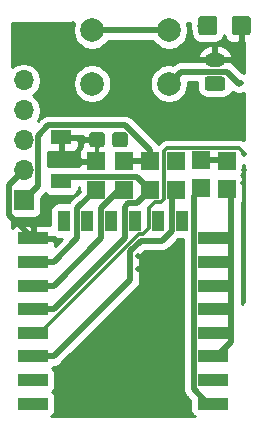
<source format=gbr>
G04 #@! TF.GenerationSoftware,KiCad,Pcbnew,(5.1.9)-1*
G04 #@! TF.CreationDate,2021-03-01T14:18:58+01:00*
G04 #@! TF.ProjectId,button_timer_v1.2.1_lipo[TPL5110],62757474-6f6e-45f7-9469-6d65725f7631,rev?*
G04 #@! TF.SameCoordinates,Original*
G04 #@! TF.FileFunction,Copper,L1,Top*
G04 #@! TF.FilePolarity,Positive*
%FSLAX46Y46*%
G04 Gerber Fmt 4.6, Leading zero omitted, Abs format (unit mm)*
G04 Created by KiCad (PCBNEW (5.1.9)-1) date 2021-03-01 14:18:58*
%MOMM*%
%LPD*%
G01*
G04 APERTURE LIST*
G04 #@! TA.AperFunction,SMDPad,CuDef*
%ADD10R,2.500000X1.000000*%
G04 #@! TD*
G04 #@! TA.AperFunction,SMDPad,CuDef*
%ADD11R,1.000000X1.800000*%
G04 #@! TD*
G04 #@! TA.AperFunction,SMDPad,CuDef*
%ADD12R,1.500000X1.500000*%
G04 #@! TD*
G04 #@! TA.AperFunction,SMDPad,CuDef*
%ADD13R,1.700000X1.300000*%
G04 #@! TD*
G04 #@! TA.AperFunction,ComponentPad*
%ADD14C,2.000000*%
G04 #@! TD*
G04 #@! TA.AperFunction,ComponentPad*
%ADD15O,1.700000X1.700000*%
G04 #@! TD*
G04 #@! TA.AperFunction,ComponentPad*
%ADD16R,1.700000X1.700000*%
G04 #@! TD*
G04 #@! TA.AperFunction,ComponentPad*
%ADD17O,1.750000X1.200000*%
G04 #@! TD*
G04 #@! TA.AperFunction,ViaPad*
%ADD18C,0.500000*%
G04 #@! TD*
G04 #@! TA.AperFunction,ViaPad*
%ADD19C,0.800000*%
G04 #@! TD*
G04 #@! TA.AperFunction,Conductor*
%ADD20C,0.500000*%
G04 #@! TD*
G04 #@! TA.AperFunction,Conductor*
%ADD21C,0.300000*%
G04 #@! TD*
G04 #@! TA.AperFunction,Conductor*
%ADD22C,0.254000*%
G04 #@! TD*
G04 #@! TA.AperFunction,Conductor*
%ADD23C,0.150000*%
G04 #@! TD*
G04 APERTURE END LIST*
D10*
G04 #@! TO.P,X1,22*
G04 #@! TO.N,/TX*
X118000000Y-93600000D03*
G04 #@! TO.P,X1,21*
G04 #@! TO.N,/RX*
X118000000Y-91600000D03*
G04 #@! TO.P,X1,20*
G04 #@! TO.N,/GPIO5*
X118000000Y-89600000D03*
G04 #@! TO.P,X1,19*
G04 #@! TO.N,/GPIO4*
X118000000Y-87600000D03*
G04 #@! TO.P,X1,18*
G04 #@! TO.N,/GPIO0*
X118000000Y-85600000D03*
G04 #@! TO.P,X1,17*
G04 #@! TO.N,/GPIO2*
X118000000Y-83600000D03*
G04 #@! TO.P,X1,16*
G04 #@! TO.N,/GPIO15*
X118000000Y-81600000D03*
G04 #@! TO.P,X1,15*
G04 #@! TO.N,/GND*
X118000000Y-79600000D03*
D11*
G04 #@! TO.P,X1,14*
G04 #@! TO.N,N/C*
X120600000Y-78100000D03*
G04 #@! TO.P,X1,13*
X122600000Y-78100000D03*
G04 #@! TO.P,X1,12*
X124600000Y-78100000D03*
G04 #@! TO.P,X1,11*
X126600000Y-78100000D03*
G04 #@! TO.P,X1,10*
X128600000Y-78100000D03*
G04 #@! TO.P,X1,9*
X130600000Y-78100000D03*
D10*
G04 #@! TO.P,X1,8*
G04 #@! TO.N,/VCC*
X133200000Y-79600000D03*
G04 #@! TO.P,X1,7*
G04 #@! TO.N,N/C*
X133200000Y-81600000D03*
G04 #@! TO.P,X1,6*
X133200000Y-83600000D03*
G04 #@! TO.P,X1,5*
X133200000Y-85600000D03*
G04 #@! TO.P,X1,4*
X133200000Y-87600000D03*
G04 #@! TO.P,X1,3*
G04 #@! TO.N,/EN*
X133200000Y-89600000D03*
G04 #@! TO.P,X1,2*
G04 #@! TO.N,N/C*
X133200000Y-91600000D03*
G04 #@! TO.P,X1,1*
G04 #@! TO.N,/RST*
X133200000Y-93600000D03*
G04 #@! TD*
G04 #@! TO.P,D1,2*
G04 #@! TO.N,Net-(D1-Pad2)*
G04 #@! TA.AperFunction,SMDPad,CuDef*
G36*
G01*
X133586000Y-61020000D02*
X133586000Y-62170000D01*
G75*
G02*
X133336000Y-62420000I-250000J0D01*
G01*
X132236000Y-62420000D01*
G75*
G02*
X131986000Y-62170000I0J250000D01*
G01*
X131986000Y-61020000D01*
G75*
G02*
X132236000Y-60770000I250000J0D01*
G01*
X133336000Y-60770000D01*
G75*
G02*
X133586000Y-61020000I0J-250000D01*
G01*
G37*
G04 #@! TD.AperFunction*
G04 #@! TO.P,D1,1*
G04 #@! TO.N,/GND*
G04 #@! TA.AperFunction,SMDPad,CuDef*
G36*
G01*
X136436000Y-61020000D02*
X136436000Y-62170000D01*
G75*
G02*
X136186000Y-62420000I-250000J0D01*
G01*
X135086000Y-62420000D01*
G75*
G02*
X134836000Y-62170000I0J250000D01*
G01*
X134836000Y-61020000D01*
G75*
G02*
X135086000Y-60770000I250000J0D01*
G01*
X136186000Y-60770000D01*
G75*
G02*
X136436000Y-61020000I0J-250000D01*
G01*
G37*
G04 #@! TD.AperFunction*
G04 #@! TD*
G04 #@! TO.P,D2,2*
G04 #@! TO.N,Net-(D2-Pad2)*
G04 #@! TA.AperFunction,SMDPad,CuDef*
G36*
G01*
X124686500Y-71647001D02*
X124686500Y-70846999D01*
G75*
G02*
X124936499Y-70597000I249999J0D01*
G01*
X125761501Y-70597000D01*
G75*
G02*
X126011500Y-70846999I0J-249999D01*
G01*
X126011500Y-71647001D01*
G75*
G02*
X125761501Y-71897000I-249999J0D01*
G01*
X124936499Y-71897000D01*
G75*
G02*
X124686500Y-71647001I0J249999D01*
G01*
G37*
G04 #@! TD.AperFunction*
G04 #@! TO.P,D2,1*
G04 #@! TO.N,/GND*
G04 #@! TA.AperFunction,SMDPad,CuDef*
G36*
G01*
X122761500Y-71647001D02*
X122761500Y-70846999D01*
G75*
G02*
X123011499Y-70597000I249999J0D01*
G01*
X123836501Y-70597000D01*
G75*
G02*
X124086500Y-70846999I0J-249999D01*
G01*
X124086500Y-71647001D01*
G75*
G02*
X123836501Y-71897000I-249999J0D01*
G01*
X123011499Y-71897000D01*
G75*
G02*
X122761500Y-71647001I0J249999D01*
G01*
G37*
G04 #@! TD.AperFunction*
G04 #@! TD*
D12*
G04 #@! TO.P,R9,2*
G04 #@! TO.N,/GPIO5*
X130100000Y-75500000D03*
G04 #@! TO.P,R9,1*
G04 #@! TO.N,Net-(D2-Pad2)*
X130100000Y-73100000D03*
G04 #@! TD*
G04 #@! TO.P,R5,2*
G04 #@! TO.N,/GPIO15*
X123300000Y-75500000D03*
G04 #@! TO.P,R5,1*
G04 #@! TO.N,/GND*
X123300000Y-73100000D03*
G04 #@! TD*
G04 #@! TO.P,R4,2*
G04 #@! TO.N,/GPIO0*
X127900000Y-75500000D03*
G04 #@! TO.P,R4,1*
G04 #@! TO.N,/VCC*
X127900000Y-73100000D03*
G04 #@! TD*
G04 #@! TO.P,R3,2*
G04 #@! TO.N,/RST*
X132257800Y-75368000D03*
G04 #@! TO.P,R3,1*
G04 #@! TO.N,/VCC*
X132257800Y-72968000D03*
G04 #@! TD*
G04 #@! TO.P,R2,2*
G04 #@! TO.N,/GPIO2*
X125700000Y-75500000D03*
G04 #@! TO.P,R2,1*
G04 #@! TO.N,/VCC*
X125700000Y-73100000D03*
G04 #@! TD*
G04 #@! TO.P,R1,2*
G04 #@! TO.N,/EN*
X134416800Y-75418800D03*
G04 #@! TO.P,R1,1*
G04 #@! TO.N,/VCC*
X134416800Y-73018800D03*
G04 #@! TD*
D13*
G04 #@! TO.P,SW2,2*
G04 #@! TO.N,/GND*
X120396000Y-71048000D03*
G04 #@! TO.P,SW2,1*
G04 #@! TO.N,/GPIO0*
X120396000Y-74748000D03*
G04 #@! TD*
D14*
G04 #@! TO.P,SW1,1*
G04 #@! TO.N,Net-(BT1-Pad1)*
X129500000Y-62000000D03*
G04 #@! TO.P,SW1,2*
G04 #@! TO.N,Net-(R6-Pad2)*
X129500000Y-66500000D03*
G04 #@! TO.P,SW1,1*
G04 #@! TO.N,Net-(BT1-Pad1)*
X123000000Y-62000000D03*
G04 #@! TO.P,SW1,2*
G04 #@! TO.N,Net-(R6-Pad2)*
X123000000Y-66500000D03*
G04 #@! TD*
D15*
G04 #@! TO.P,J1,5*
G04 #@! TO.N,/RST*
X117200000Y-66240000D03*
G04 #@! TO.P,J1,4*
G04 #@! TO.N,/TX*
X117200000Y-68780000D03*
G04 #@! TO.P,J1,3*
G04 #@! TO.N,/RX*
X117200000Y-71320000D03*
G04 #@! TO.P,J1,2*
G04 #@! TO.N,/GND*
X117200000Y-73860000D03*
D16*
G04 #@! TO.P,J1,1*
G04 #@! TO.N,/VCC*
X117200000Y-76400000D03*
G04 #@! TD*
D17*
G04 #@! TO.P,BT1,2*
G04 #@! TO.N,/GND*
X133400000Y-64500000D03*
G04 #@! TO.P,BT1,1*
G04 #@! TO.N,Net-(BT1-Pad1)*
G04 #@! TA.AperFunction,ComponentPad*
G36*
G01*
X134025001Y-67100000D02*
X132774999Y-67100000D01*
G75*
G02*
X132525000Y-66850001I0J249999D01*
G01*
X132525000Y-66149999D01*
G75*
G02*
X132774999Y-65900000I249999J0D01*
G01*
X134025001Y-65900000D01*
G75*
G02*
X134275000Y-66149999I0J-249999D01*
G01*
X134275000Y-66850001D01*
G75*
G02*
X134025001Y-67100000I-249999J0D01*
G01*
G37*
G04 #@! TD.AperFunction*
G04 #@! TD*
D18*
G04 #@! TO.N,/VCC*
X132932240Y-79532240D03*
X127900000Y-73100000D03*
X132000000Y-72800000D03*
G04 #@! TO.N,/GND*
X131300000Y-64100000D03*
X123000000Y-73400000D03*
X119100000Y-79600000D03*
X117100000Y-79700000D03*
X123400000Y-71000000D03*
X120500000Y-71200000D03*
X131200000Y-93600000D03*
X127100000Y-86000000D03*
X126900000Y-82200000D03*
X126900000Y-81100000D03*
X135900000Y-73800000D03*
X133700000Y-70900000D03*
X132100000Y-70700000D03*
X134700000Y-68300000D03*
D19*
X135700000Y-61700000D03*
D18*
X121400000Y-61500000D03*
X121900000Y-75700000D03*
X135800000Y-74900000D03*
G04 #@! TO.N,/RST*
X133500000Y-93700000D03*
X131599999Y-76025801D03*
G04 #@! TO.N,/RX*
X118000000Y-91600000D03*
G04 #@! TO.N,/TX*
X118100000Y-93600000D03*
G04 #@! TO.N,/GPIO4*
X135890000Y-72502000D03*
G04 #@! TO.N,Net-(D2-Pad2)*
X130100000Y-73000000D03*
X125600000Y-71300000D03*
D19*
G04 #@! TO.N,Net-(D1-Pad2)*
X132300000Y-61600000D03*
D18*
G04 #@! TO.N,Net-(R6-Pad2)*
X135579000Y-66421000D03*
G04 #@! TD*
D20*
G04 #@! TO.N,/VCC*
X127900000Y-72136954D02*
X127900000Y-73100000D01*
X125811045Y-70047999D02*
X127900000Y-72136954D01*
X119265999Y-70047999D02*
X125811045Y-70047999D01*
X118400001Y-70913997D02*
X119265999Y-70047999D01*
X118400001Y-75199999D02*
X118400001Y-70913997D01*
X117200000Y-76400000D02*
X118400001Y-75199999D01*
X125700000Y-73100000D02*
X127900000Y-73100000D01*
X127900000Y-73100000D02*
X127900000Y-73100000D01*
X134366000Y-72968000D02*
X134416800Y-73018800D01*
X132257800Y-72968000D02*
X134366000Y-72968000D01*
G04 #@! TO.N,/GND*
X115999999Y-77599999D02*
X118000000Y-79600000D01*
X115999999Y-75060001D02*
X115999999Y-77599999D01*
X117200000Y-73860000D02*
X115999999Y-75060001D01*
G04 #@! TO.N,/RST*
X131599999Y-76025801D02*
X131599999Y-76025801D01*
X131599999Y-92380001D02*
X131599999Y-76025801D01*
X132819998Y-93600000D02*
X131599999Y-92380001D01*
X133200000Y-93600000D02*
X132819998Y-93600000D01*
X131599999Y-76025801D02*
X132257800Y-75368000D01*
G04 #@! TO.N,/EN*
X134800001Y-75802001D02*
X134416800Y-75418800D01*
X134800001Y-88380001D02*
X134800001Y-75802001D01*
X133580002Y-89600000D02*
X134800001Y-88380001D01*
X133200000Y-89600000D02*
X133580002Y-89600000D01*
G04 #@! TO.N,/GPIO2*
X125300000Y-75500000D02*
X125700000Y-75500000D01*
X123749999Y-77050001D02*
X125300000Y-75500000D01*
X123749999Y-79600001D02*
X123749999Y-77050001D01*
X119750000Y-83600000D02*
X123749999Y-79600001D01*
X118000000Y-83600000D02*
X119750000Y-83600000D01*
G04 #@! TO.N,/GPIO0*
X126799999Y-76600001D02*
X127900000Y-75500000D01*
X126069997Y-76600001D02*
X126799999Y-76600001D01*
X125749999Y-76919999D02*
X126069997Y-76600001D01*
X125749999Y-79600001D02*
X125749999Y-76919999D01*
X119750000Y-85600000D02*
X125749999Y-79600001D01*
X118000000Y-85600000D02*
X119750000Y-85600000D01*
X126799999Y-74399999D02*
X127900000Y-75500000D01*
X120744001Y-74399999D02*
X126799999Y-74399999D01*
X120396000Y-74748000D02*
X120744001Y-74399999D01*
G04 #@! TO.N,Net-(BT1-Pad1)*
X123000000Y-62000000D02*
X129500000Y-62000000D01*
G04 #@! TO.N,/GPIO15*
X121749999Y-77050001D02*
X123300000Y-75500000D01*
X121749999Y-79600001D02*
X121749999Y-77050001D01*
X119750000Y-81600000D02*
X121749999Y-79600001D01*
X118000000Y-81600000D02*
X119750000Y-81600000D01*
D21*
G04 #@! TO.N,/GPIO4*
X129099999Y-76250003D02*
X129099999Y-72200001D01*
X128349997Y-76500001D02*
X128850001Y-76500001D01*
X127849999Y-76999999D02*
X128349997Y-76500001D01*
X118600000Y-87600000D02*
X126949999Y-79250001D01*
X118000000Y-87600000D02*
X118600000Y-87600000D01*
X128850001Y-76500001D02*
X129099999Y-76250003D01*
X127849999Y-78700003D02*
X127849999Y-76999999D01*
X126949999Y-79250001D02*
X127300001Y-79250001D01*
X127300001Y-79250001D02*
X127849999Y-78700003D01*
X129332001Y-71967999D02*
X135467999Y-71967999D01*
X129099999Y-72200001D02*
X129332001Y-71967999D01*
X135467999Y-71967999D02*
X135900000Y-72400000D01*
D20*
G04 #@! TO.N,/GPIO5*
X129749999Y-75850001D02*
X130100000Y-75500000D01*
X129749999Y-78950001D02*
X129749999Y-75850001D01*
X127107122Y-79800000D02*
X128900000Y-79800000D01*
X126200010Y-80707112D02*
X127107122Y-79800000D01*
X126200010Y-83149990D02*
X126200010Y-80707112D01*
X119750000Y-89600000D02*
X126200010Y-83149990D01*
X118000000Y-89600000D02*
X119750000Y-89600000D01*
X128900000Y-79800000D02*
X129749999Y-78950001D01*
G04 #@! TO.N,Net-(R6-Pad2)*
X130499999Y-65500001D02*
X134400001Y-65500001D01*
X129500000Y-66500000D02*
X130499999Y-65500001D01*
X134400001Y-65500001D02*
X135400000Y-66500000D01*
G04 #@! TD*
D22*
G04 #@! TO.N,/GND*
X130714999Y-92336532D02*
X130710718Y-92380001D01*
X130714999Y-92423470D01*
X130714999Y-92423477D01*
X130727804Y-92553490D01*
X130778410Y-92720313D01*
X130860588Y-92874059D01*
X130971182Y-93008818D01*
X131004955Y-93036535D01*
X131311928Y-93343508D01*
X131311928Y-94100000D01*
X131324188Y-94224482D01*
X131360498Y-94344180D01*
X131419463Y-94454494D01*
X131498815Y-94551185D01*
X131595506Y-94630537D01*
X131674947Y-94673000D01*
X119525053Y-94673000D01*
X119604494Y-94630537D01*
X119701185Y-94551185D01*
X119780537Y-94454494D01*
X119839502Y-94344180D01*
X119875812Y-94224482D01*
X119888072Y-94100000D01*
X119888072Y-93100000D01*
X119875812Y-92975518D01*
X119839502Y-92855820D01*
X119780537Y-92745506D01*
X119701185Y-92648815D01*
X119641704Y-92600000D01*
X119701185Y-92551185D01*
X119780537Y-92454494D01*
X119839502Y-92344180D01*
X119875812Y-92224482D01*
X119888072Y-92100000D01*
X119888072Y-91100000D01*
X119875812Y-90975518D01*
X119839502Y-90855820D01*
X119780537Y-90745506D01*
X119701185Y-90648815D01*
X119641704Y-90600000D01*
X119701185Y-90551185D01*
X119752163Y-90489068D01*
X119793469Y-90485000D01*
X119793477Y-90485000D01*
X119923490Y-90472195D01*
X120090313Y-90421589D01*
X120244059Y-90339411D01*
X120378817Y-90228817D01*
X120406534Y-90195044D01*
X126795061Y-83806518D01*
X126828827Y-83778807D01*
X126939421Y-83644049D01*
X126953562Y-83617593D01*
X127021599Y-83490304D01*
X127072205Y-83323480D01*
X127078488Y-83259687D01*
X127085010Y-83193467D01*
X127085010Y-83193459D01*
X127089291Y-83149990D01*
X127085010Y-83106521D01*
X127085010Y-81073690D01*
X127473701Y-80685000D01*
X128856531Y-80685000D01*
X128900000Y-80689281D01*
X128943469Y-80685000D01*
X128943477Y-80685000D01*
X129073490Y-80672195D01*
X129240313Y-80621589D01*
X129394059Y-80539411D01*
X129528817Y-80428817D01*
X129556534Y-80395044D01*
X130313507Y-79638072D01*
X130715000Y-79638072D01*
X130714999Y-92336532D01*
G04 #@! TA.AperFunction,Conductor*
D23*
G36*
X130714999Y-92336532D02*
G01*
X130710718Y-92380001D01*
X130714999Y-92423470D01*
X130714999Y-92423477D01*
X130727804Y-92553490D01*
X130778410Y-92720313D01*
X130860588Y-92874059D01*
X130971182Y-93008818D01*
X131004955Y-93036535D01*
X131311928Y-93343508D01*
X131311928Y-94100000D01*
X131324188Y-94224482D01*
X131360498Y-94344180D01*
X131419463Y-94454494D01*
X131498815Y-94551185D01*
X131595506Y-94630537D01*
X131674947Y-94673000D01*
X119525053Y-94673000D01*
X119604494Y-94630537D01*
X119701185Y-94551185D01*
X119780537Y-94454494D01*
X119839502Y-94344180D01*
X119875812Y-94224482D01*
X119888072Y-94100000D01*
X119888072Y-93100000D01*
X119875812Y-92975518D01*
X119839502Y-92855820D01*
X119780537Y-92745506D01*
X119701185Y-92648815D01*
X119641704Y-92600000D01*
X119701185Y-92551185D01*
X119780537Y-92454494D01*
X119839502Y-92344180D01*
X119875812Y-92224482D01*
X119888072Y-92100000D01*
X119888072Y-91100000D01*
X119875812Y-90975518D01*
X119839502Y-90855820D01*
X119780537Y-90745506D01*
X119701185Y-90648815D01*
X119641704Y-90600000D01*
X119701185Y-90551185D01*
X119752163Y-90489068D01*
X119793469Y-90485000D01*
X119793477Y-90485000D01*
X119923490Y-90472195D01*
X120090313Y-90421589D01*
X120244059Y-90339411D01*
X120378817Y-90228817D01*
X120406534Y-90195044D01*
X126795061Y-83806518D01*
X126828827Y-83778807D01*
X126939421Y-83644049D01*
X126953562Y-83617593D01*
X127021599Y-83490304D01*
X127072205Y-83323480D01*
X127078488Y-83259687D01*
X127085010Y-83193467D01*
X127085010Y-83193459D01*
X127089291Y-83149990D01*
X127085010Y-83106521D01*
X127085010Y-81073690D01*
X127473701Y-80685000D01*
X128856531Y-80685000D01*
X128900000Y-80689281D01*
X128943469Y-80685000D01*
X128943477Y-80685000D01*
X129073490Y-80672195D01*
X129240313Y-80621589D01*
X129394059Y-80539411D01*
X129528817Y-80428817D01*
X129556534Y-80395044D01*
X130313507Y-79638072D01*
X130715000Y-79638072D01*
X130714999Y-92336532D01*
G37*
G04 #@! TD.AperFunction*
D22*
X135840001Y-78071344D02*
X135840000Y-78071354D01*
X135840001Y-80611344D01*
X135840000Y-80611354D01*
X135840001Y-84917666D01*
X135685001Y-85139095D01*
X135685001Y-76538326D01*
X135697337Y-76523294D01*
X135756302Y-76412980D01*
X135792612Y-76293282D01*
X135804872Y-76168800D01*
X135804872Y-74668800D01*
X135792612Y-74544318D01*
X135756302Y-74424620D01*
X135697337Y-74314306D01*
X135618958Y-74218800D01*
X135697337Y-74123294D01*
X135756302Y-74012980D01*
X135792612Y-73893282D01*
X135804872Y-73768800D01*
X135804872Y-73387000D01*
X135840001Y-73387000D01*
X135840001Y-78071344D01*
G04 #@! TA.AperFunction,Conductor*
D23*
G36*
X135840001Y-78071344D02*
G01*
X135840000Y-78071354D01*
X135840001Y-80611344D01*
X135840000Y-80611354D01*
X135840001Y-84917666D01*
X135685001Y-85139095D01*
X135685001Y-76538326D01*
X135697337Y-76523294D01*
X135756302Y-76412980D01*
X135792612Y-76293282D01*
X135804872Y-76168800D01*
X135804872Y-74668800D01*
X135792612Y-74544318D01*
X135756302Y-74424620D01*
X135697337Y-74314306D01*
X135618958Y-74218800D01*
X135697337Y-74123294D01*
X135756302Y-74012980D01*
X135792612Y-73893282D01*
X135804872Y-73768800D01*
X135804872Y-73387000D01*
X135840001Y-73387000D01*
X135840001Y-78071344D01*
G37*
G04 #@! TD.AperFunction*
D22*
X121911928Y-75636493D02*
X121154950Y-76393472D01*
X121121183Y-76421184D01*
X121093470Y-76454952D01*
X121093467Y-76454955D01*
X121010589Y-76555942D01*
X121007389Y-76561928D01*
X120100000Y-76561928D01*
X119975518Y-76574188D01*
X119855820Y-76610498D01*
X119745506Y-76669463D01*
X119648815Y-76748815D01*
X119569463Y-76845506D01*
X119510498Y-76955820D01*
X119474188Y-77075518D01*
X119461928Y-77200000D01*
X119461928Y-78500714D01*
X119374482Y-78474188D01*
X119250000Y-78461928D01*
X118285750Y-78465000D01*
X118127000Y-78623750D01*
X118127000Y-79473000D01*
X119675397Y-79473000D01*
X119745506Y-79530537D01*
X119855820Y-79589502D01*
X119975518Y-79625812D01*
X120100000Y-79638072D01*
X120460349Y-79638072D01*
X119876017Y-80222405D01*
X119888072Y-80100000D01*
X119885000Y-79885750D01*
X119726250Y-79727000D01*
X118127000Y-79727000D01*
X118127000Y-79747000D01*
X117873000Y-79747000D01*
X117873000Y-79727000D01*
X117853000Y-79727000D01*
X117853000Y-79473000D01*
X117873000Y-79473000D01*
X117873000Y-78623750D01*
X117714250Y-78465000D01*
X116750000Y-78461928D01*
X116625518Y-78474188D01*
X116505820Y-78510498D01*
X116395506Y-78569463D01*
X116298815Y-78648815D01*
X116255000Y-78702204D01*
X116255000Y-77878716D01*
X116350000Y-77888072D01*
X118050000Y-77888072D01*
X118174482Y-77875812D01*
X118294180Y-77839502D01*
X118404494Y-77780537D01*
X118501185Y-77701185D01*
X118580537Y-77604494D01*
X118639502Y-77494180D01*
X118675812Y-77374482D01*
X118688072Y-77250000D01*
X118688072Y-76163507D01*
X118995051Y-75856528D01*
X119028818Y-75828816D01*
X119053458Y-75798792D01*
X119094815Y-75849185D01*
X119191506Y-75928537D01*
X119301820Y-75987502D01*
X119421518Y-76023812D01*
X119546000Y-76036072D01*
X121246000Y-76036072D01*
X121370482Y-76023812D01*
X121490180Y-75987502D01*
X121600494Y-75928537D01*
X121697185Y-75849185D01*
X121776537Y-75752494D01*
X121835502Y-75642180D01*
X121871812Y-75522482D01*
X121884072Y-75398000D01*
X121884072Y-75284999D01*
X121911928Y-75284999D01*
X121911928Y-75636493D01*
G04 #@! TA.AperFunction,Conductor*
D23*
G36*
X121911928Y-75636493D02*
G01*
X121154950Y-76393472D01*
X121121183Y-76421184D01*
X121093470Y-76454952D01*
X121093467Y-76454955D01*
X121010589Y-76555942D01*
X121007389Y-76561928D01*
X120100000Y-76561928D01*
X119975518Y-76574188D01*
X119855820Y-76610498D01*
X119745506Y-76669463D01*
X119648815Y-76748815D01*
X119569463Y-76845506D01*
X119510498Y-76955820D01*
X119474188Y-77075518D01*
X119461928Y-77200000D01*
X119461928Y-78500714D01*
X119374482Y-78474188D01*
X119250000Y-78461928D01*
X118285750Y-78465000D01*
X118127000Y-78623750D01*
X118127000Y-79473000D01*
X119675397Y-79473000D01*
X119745506Y-79530537D01*
X119855820Y-79589502D01*
X119975518Y-79625812D01*
X120100000Y-79638072D01*
X120460349Y-79638072D01*
X119876017Y-80222405D01*
X119888072Y-80100000D01*
X119885000Y-79885750D01*
X119726250Y-79727000D01*
X118127000Y-79727000D01*
X118127000Y-79747000D01*
X117873000Y-79747000D01*
X117873000Y-79727000D01*
X117853000Y-79727000D01*
X117853000Y-79473000D01*
X117873000Y-79473000D01*
X117873000Y-78623750D01*
X117714250Y-78465000D01*
X116750000Y-78461928D01*
X116625518Y-78474188D01*
X116505820Y-78510498D01*
X116395506Y-78569463D01*
X116298815Y-78648815D01*
X116255000Y-78702204D01*
X116255000Y-77878716D01*
X116350000Y-77888072D01*
X118050000Y-77888072D01*
X118174482Y-77875812D01*
X118294180Y-77839502D01*
X118404494Y-77780537D01*
X118501185Y-77701185D01*
X118580537Y-77604494D01*
X118639502Y-77494180D01*
X118675812Y-77374482D01*
X118688072Y-77250000D01*
X118688072Y-76163507D01*
X118995051Y-75856528D01*
X119028818Y-75828816D01*
X119053458Y-75798792D01*
X119094815Y-75849185D01*
X119191506Y-75928537D01*
X119301820Y-75987502D01*
X119421518Y-76023812D01*
X119546000Y-76036072D01*
X121246000Y-76036072D01*
X121370482Y-76023812D01*
X121490180Y-75987502D01*
X121600494Y-75928537D01*
X121697185Y-75849185D01*
X121776537Y-75752494D01*
X121835502Y-75642180D01*
X121871812Y-75522482D01*
X121884072Y-75398000D01*
X121884072Y-75284999D01*
X121911928Y-75284999D01*
X121911928Y-75636493D01*
G37*
G04 #@! TD.AperFunction*
D22*
X117327000Y-73733000D02*
X117347000Y-73733000D01*
X117347000Y-73987000D01*
X117327000Y-73987000D01*
X117327000Y-74007000D01*
X117073000Y-74007000D01*
X117073000Y-73987000D01*
X117053000Y-73987000D01*
X117053000Y-73733000D01*
X117073000Y-73733000D01*
X117073000Y-73713000D01*
X117327000Y-73713000D01*
X117327000Y-73733000D01*
G04 #@! TA.AperFunction,Conductor*
D23*
G36*
X117327000Y-73733000D02*
G01*
X117347000Y-73733000D01*
X117347000Y-73987000D01*
X117327000Y-73987000D01*
X117327000Y-74007000D01*
X117073000Y-74007000D01*
X117073000Y-73987000D01*
X117053000Y-73987000D01*
X117053000Y-73733000D01*
X117073000Y-73733000D01*
X117073000Y-73713000D01*
X117327000Y-73713000D01*
X117327000Y-73733000D01*
G37*
G04 #@! TD.AperFunction*
D22*
X122126500Y-70961250D02*
X122285250Y-71120000D01*
X123297000Y-71120000D01*
X123297000Y-71100000D01*
X123551000Y-71100000D01*
X123551000Y-71120000D01*
X123571000Y-71120000D01*
X123571000Y-71374000D01*
X123551000Y-71374000D01*
X123551000Y-71749750D01*
X123427000Y-71873750D01*
X123427000Y-72973000D01*
X123447000Y-72973000D01*
X123447000Y-73227000D01*
X123427000Y-73227000D01*
X123427000Y-73247000D01*
X123173000Y-73247000D01*
X123173000Y-73227000D01*
X122073750Y-73227000D01*
X121915000Y-73385750D01*
X121914145Y-73514999D01*
X121502342Y-73514999D01*
X121490180Y-73508498D01*
X121370482Y-73472188D01*
X121246000Y-73459928D01*
X119546000Y-73459928D01*
X119421518Y-73472188D01*
X119301820Y-73508498D01*
X119285001Y-73517488D01*
X119285001Y-72350000D01*
X121911928Y-72350000D01*
X121915000Y-72814250D01*
X122073750Y-72973000D01*
X123173000Y-72973000D01*
X123173000Y-72497250D01*
X123297000Y-72373250D01*
X123297000Y-71374000D01*
X122285250Y-71374000D01*
X122126500Y-71532750D01*
X122123584Y-71878488D01*
X122098815Y-71898815D01*
X122019463Y-71995506D01*
X121960498Y-72105820D01*
X121924188Y-72225518D01*
X121911928Y-72350000D01*
X119285001Y-72350000D01*
X119285001Y-72278512D01*
X119301820Y-72287502D01*
X119421518Y-72323812D01*
X119546000Y-72336072D01*
X120110250Y-72333000D01*
X120269000Y-72174250D01*
X120269000Y-71175000D01*
X120523000Y-71175000D01*
X120523000Y-72174250D01*
X120681750Y-72333000D01*
X121246000Y-72336072D01*
X121370482Y-72323812D01*
X121490180Y-72287502D01*
X121600494Y-72228537D01*
X121697185Y-72149185D01*
X121776537Y-72052494D01*
X121835502Y-71942180D01*
X121871812Y-71822482D01*
X121884072Y-71698000D01*
X121881000Y-71333750D01*
X121722250Y-71175000D01*
X120523000Y-71175000D01*
X120269000Y-71175000D01*
X120249000Y-71175000D01*
X120249000Y-70932999D01*
X122126262Y-70932999D01*
X122126500Y-70961250D01*
G04 #@! TA.AperFunction,Conductor*
D23*
G36*
X122126500Y-70961250D02*
G01*
X122285250Y-71120000D01*
X123297000Y-71120000D01*
X123297000Y-71100000D01*
X123551000Y-71100000D01*
X123551000Y-71120000D01*
X123571000Y-71120000D01*
X123571000Y-71374000D01*
X123551000Y-71374000D01*
X123551000Y-71749750D01*
X123427000Y-71873750D01*
X123427000Y-72973000D01*
X123447000Y-72973000D01*
X123447000Y-73227000D01*
X123427000Y-73227000D01*
X123427000Y-73247000D01*
X123173000Y-73247000D01*
X123173000Y-73227000D01*
X122073750Y-73227000D01*
X121915000Y-73385750D01*
X121914145Y-73514999D01*
X121502342Y-73514999D01*
X121490180Y-73508498D01*
X121370482Y-73472188D01*
X121246000Y-73459928D01*
X119546000Y-73459928D01*
X119421518Y-73472188D01*
X119301820Y-73508498D01*
X119285001Y-73517488D01*
X119285001Y-72350000D01*
X121911928Y-72350000D01*
X121915000Y-72814250D01*
X122073750Y-72973000D01*
X123173000Y-72973000D01*
X123173000Y-72497250D01*
X123297000Y-72373250D01*
X123297000Y-71374000D01*
X122285250Y-71374000D01*
X122126500Y-71532750D01*
X122123584Y-71878488D01*
X122098815Y-71898815D01*
X122019463Y-71995506D01*
X121960498Y-72105820D01*
X121924188Y-72225518D01*
X121911928Y-72350000D01*
X119285001Y-72350000D01*
X119285001Y-72278512D01*
X119301820Y-72287502D01*
X119421518Y-72323812D01*
X119546000Y-72336072D01*
X120110250Y-72333000D01*
X120269000Y-72174250D01*
X120269000Y-71175000D01*
X120523000Y-71175000D01*
X120523000Y-72174250D01*
X120681750Y-72333000D01*
X121246000Y-72336072D01*
X121370482Y-72323812D01*
X121490180Y-72287502D01*
X121600494Y-72228537D01*
X121697185Y-72149185D01*
X121776537Y-72052494D01*
X121835502Y-71942180D01*
X121871812Y-71822482D01*
X121884072Y-71698000D01*
X121881000Y-71333750D01*
X121722250Y-71175000D01*
X120523000Y-71175000D01*
X120269000Y-71175000D01*
X120249000Y-71175000D01*
X120249000Y-70932999D01*
X122126262Y-70932999D01*
X122126500Y-70961250D01*
G37*
G04 #@! TD.AperFunction*
D22*
X121427832Y-61523088D02*
X121365000Y-61838967D01*
X121365000Y-62161033D01*
X121427832Y-62476912D01*
X121551082Y-62774463D01*
X121730013Y-63042252D01*
X121957748Y-63269987D01*
X122225537Y-63448918D01*
X122523088Y-63572168D01*
X122838967Y-63635000D01*
X123161033Y-63635000D01*
X123476912Y-63572168D01*
X123774463Y-63448918D01*
X124042252Y-63269987D01*
X124269987Y-63042252D01*
X124375059Y-62885000D01*
X128124941Y-62885000D01*
X128230013Y-63042252D01*
X128457748Y-63269987D01*
X128725537Y-63448918D01*
X129023088Y-63572168D01*
X129338967Y-63635000D01*
X129661033Y-63635000D01*
X129976912Y-63572168D01*
X130274463Y-63448918D01*
X130542252Y-63269987D01*
X130769987Y-63042252D01*
X130948918Y-62774463D01*
X131072168Y-62476912D01*
X131135000Y-62161033D01*
X131135000Y-61838967D01*
X131072168Y-61523088D01*
X131017455Y-61391000D01*
X131286296Y-61391000D01*
X131265000Y-61498061D01*
X131265000Y-61701939D01*
X131304774Y-61901898D01*
X131347928Y-62006080D01*
X131347928Y-62170000D01*
X131364992Y-62343254D01*
X131415528Y-62509850D01*
X131497595Y-62663386D01*
X131608038Y-62797962D01*
X131742614Y-62908405D01*
X131896150Y-62990472D01*
X132062746Y-63041008D01*
X132236000Y-63058072D01*
X133336000Y-63058072D01*
X133509254Y-63041008D01*
X133675850Y-62990472D01*
X133829386Y-62908405D01*
X133963962Y-62797962D01*
X134074405Y-62663386D01*
X134156472Y-62509850D01*
X134198200Y-62372291D01*
X134197928Y-62420000D01*
X134210188Y-62544482D01*
X134246498Y-62664180D01*
X134305463Y-62774494D01*
X134384815Y-62871185D01*
X134481506Y-62950537D01*
X134591820Y-63009502D01*
X134711518Y-63045812D01*
X134836000Y-63058072D01*
X135350250Y-63055000D01*
X135509000Y-62896250D01*
X135509000Y-61722000D01*
X135489000Y-61722000D01*
X135489000Y-61468000D01*
X135509000Y-61468000D01*
X135509000Y-61448000D01*
X135763000Y-61448000D01*
X135763000Y-61468000D01*
X135783000Y-61468000D01*
X135783000Y-61722000D01*
X135763000Y-61722000D01*
X135763000Y-62896250D01*
X135840000Y-62973250D01*
X135840000Y-65571193D01*
X135837145Y-65570010D01*
X135692896Y-65541317D01*
X135056535Y-64904957D01*
X135028818Y-64871184D01*
X134894060Y-64760590D01*
X134797309Y-64708876D01*
X134743731Y-64627000D01*
X134565307Y-64627000D01*
X134443478Y-64615001D01*
X134443470Y-64615001D01*
X134400001Y-64610720D01*
X134356532Y-64615001D01*
X130543464Y-64615001D01*
X130499998Y-64610720D01*
X130456532Y-64615001D01*
X130456522Y-64615001D01*
X130326509Y-64627806D01*
X130159686Y-64678412D01*
X130005940Y-64760590D01*
X130005938Y-64760591D01*
X130005939Y-64760591D01*
X129904952Y-64843469D01*
X129904950Y-64843471D01*
X129871182Y-64871184D01*
X129846054Y-64901803D01*
X129661033Y-64865000D01*
X129338967Y-64865000D01*
X129023088Y-64927832D01*
X128725537Y-65051082D01*
X128457748Y-65230013D01*
X128230013Y-65457748D01*
X128051082Y-65725537D01*
X127927832Y-66023088D01*
X127865000Y-66338967D01*
X127865000Y-66661033D01*
X127927832Y-66976912D01*
X128051082Y-67274463D01*
X128230013Y-67542252D01*
X128457748Y-67769987D01*
X128725537Y-67948918D01*
X129023088Y-68072168D01*
X129338967Y-68135000D01*
X129661033Y-68135000D01*
X129976912Y-68072168D01*
X130274463Y-67948918D01*
X130542252Y-67769987D01*
X130769987Y-67542252D01*
X130948918Y-67274463D01*
X131072168Y-66976912D01*
X131135000Y-66661033D01*
X131135000Y-66385001D01*
X131886928Y-66385001D01*
X131886928Y-66850001D01*
X131903992Y-67023255D01*
X131954528Y-67189851D01*
X132036595Y-67343387D01*
X132147038Y-67477962D01*
X132281613Y-67588405D01*
X132435149Y-67670472D01*
X132601745Y-67721008D01*
X132774999Y-67738072D01*
X134025001Y-67738072D01*
X134198255Y-67721008D01*
X134364851Y-67670472D01*
X134518387Y-67588405D01*
X134652962Y-67477962D01*
X134763405Y-67343387D01*
X134845472Y-67189851D01*
X134845488Y-67189798D01*
X134905940Y-67239410D01*
X135059686Y-67321588D01*
X135226509Y-67372194D01*
X135399999Y-67389281D01*
X135573489Y-67372194D01*
X135740313Y-67321588D01*
X135830710Y-67273270D01*
X135837145Y-67271990D01*
X135840000Y-67270807D01*
X135840001Y-71276736D01*
X135769859Y-71239245D01*
X135621886Y-71194358D01*
X135506560Y-71182999D01*
X135506552Y-71182999D01*
X135467999Y-71179202D01*
X135429446Y-71182999D01*
X129370553Y-71182999D01*
X129332000Y-71179202D01*
X129293447Y-71182999D01*
X129293440Y-71182999D01*
X129192491Y-71192942D01*
X129178113Y-71194358D01*
X129150176Y-71202833D01*
X129030141Y-71239245D01*
X128893768Y-71312137D01*
X128774237Y-71410235D01*
X128749654Y-71440189D01*
X128597733Y-71592110D01*
X128556532Y-71541907D01*
X128556530Y-71541905D01*
X128528817Y-71508137D01*
X128495050Y-71480425D01*
X126467579Y-69452955D01*
X126439862Y-69419182D01*
X126305104Y-69308588D01*
X126151358Y-69226410D01*
X125984535Y-69175804D01*
X125854522Y-69162999D01*
X125854514Y-69162999D01*
X125811045Y-69158718D01*
X125767576Y-69162999D01*
X119309464Y-69162999D01*
X119265998Y-69158718D01*
X119222532Y-69162999D01*
X119222522Y-69162999D01*
X119092509Y-69175804D01*
X118925686Y-69226410D01*
X118771940Y-69308588D01*
X118771938Y-69308589D01*
X118771939Y-69308589D01*
X118670952Y-69391467D01*
X118670950Y-69391469D01*
X118637182Y-69419182D01*
X118609469Y-69452950D01*
X118389092Y-69673327D01*
X118515990Y-69483411D01*
X118627932Y-69213158D01*
X118685000Y-68926260D01*
X118685000Y-68633740D01*
X118627932Y-68346842D01*
X118515990Y-68076589D01*
X118353475Y-67833368D01*
X118146632Y-67626525D01*
X117972240Y-67510000D01*
X118146632Y-67393475D01*
X118353475Y-67186632D01*
X118515990Y-66943411D01*
X118627932Y-66673158D01*
X118685000Y-66386260D01*
X118685000Y-66338967D01*
X121365000Y-66338967D01*
X121365000Y-66661033D01*
X121427832Y-66976912D01*
X121551082Y-67274463D01*
X121730013Y-67542252D01*
X121957748Y-67769987D01*
X122225537Y-67948918D01*
X122523088Y-68072168D01*
X122838967Y-68135000D01*
X123161033Y-68135000D01*
X123476912Y-68072168D01*
X123774463Y-67948918D01*
X124042252Y-67769987D01*
X124269987Y-67542252D01*
X124448918Y-67274463D01*
X124572168Y-66976912D01*
X124635000Y-66661033D01*
X124635000Y-66338967D01*
X124572168Y-66023088D01*
X124448918Y-65725537D01*
X124269987Y-65457748D01*
X124042252Y-65230013D01*
X123774463Y-65051082D01*
X123476912Y-64927832D01*
X123161033Y-64865000D01*
X122838967Y-64865000D01*
X122523088Y-64927832D01*
X122225537Y-65051082D01*
X121957748Y-65230013D01*
X121730013Y-65457748D01*
X121551082Y-65725537D01*
X121427832Y-66023088D01*
X121365000Y-66338967D01*
X118685000Y-66338967D01*
X118685000Y-66093740D01*
X118627932Y-65806842D01*
X118515990Y-65536589D01*
X118353475Y-65293368D01*
X118146632Y-65086525D01*
X117903411Y-64924010D01*
X117633158Y-64812068D01*
X117346260Y-64755000D01*
X117053740Y-64755000D01*
X116766842Y-64812068D01*
X116496589Y-64924010D01*
X116255000Y-65085435D01*
X116255000Y-64182391D01*
X131931538Y-64182391D01*
X132056269Y-64373000D01*
X133273000Y-64373000D01*
X133273000Y-63265000D01*
X133527000Y-63265000D01*
X133527000Y-64373000D01*
X134743731Y-64373000D01*
X134868462Y-64182391D01*
X134864591Y-64144718D01*
X134772421Y-63919467D01*
X134638078Y-63716526D01*
X134466725Y-63543693D01*
X134264946Y-63407610D01*
X134040496Y-63313507D01*
X133802000Y-63265000D01*
X133527000Y-63265000D01*
X133273000Y-63265000D01*
X132998000Y-63265000D01*
X132759504Y-63313507D01*
X132535054Y-63407610D01*
X132333275Y-63543693D01*
X132161922Y-63716526D01*
X132027579Y-63919467D01*
X131935409Y-64144718D01*
X131931538Y-64182391D01*
X116255000Y-64182391D01*
X116255000Y-61391000D01*
X121482545Y-61391000D01*
X121427832Y-61523088D01*
G04 #@! TA.AperFunction,Conductor*
D23*
G36*
X121427832Y-61523088D02*
G01*
X121365000Y-61838967D01*
X121365000Y-62161033D01*
X121427832Y-62476912D01*
X121551082Y-62774463D01*
X121730013Y-63042252D01*
X121957748Y-63269987D01*
X122225537Y-63448918D01*
X122523088Y-63572168D01*
X122838967Y-63635000D01*
X123161033Y-63635000D01*
X123476912Y-63572168D01*
X123774463Y-63448918D01*
X124042252Y-63269987D01*
X124269987Y-63042252D01*
X124375059Y-62885000D01*
X128124941Y-62885000D01*
X128230013Y-63042252D01*
X128457748Y-63269987D01*
X128725537Y-63448918D01*
X129023088Y-63572168D01*
X129338967Y-63635000D01*
X129661033Y-63635000D01*
X129976912Y-63572168D01*
X130274463Y-63448918D01*
X130542252Y-63269987D01*
X130769987Y-63042252D01*
X130948918Y-62774463D01*
X131072168Y-62476912D01*
X131135000Y-62161033D01*
X131135000Y-61838967D01*
X131072168Y-61523088D01*
X131017455Y-61391000D01*
X131286296Y-61391000D01*
X131265000Y-61498061D01*
X131265000Y-61701939D01*
X131304774Y-61901898D01*
X131347928Y-62006080D01*
X131347928Y-62170000D01*
X131364992Y-62343254D01*
X131415528Y-62509850D01*
X131497595Y-62663386D01*
X131608038Y-62797962D01*
X131742614Y-62908405D01*
X131896150Y-62990472D01*
X132062746Y-63041008D01*
X132236000Y-63058072D01*
X133336000Y-63058072D01*
X133509254Y-63041008D01*
X133675850Y-62990472D01*
X133829386Y-62908405D01*
X133963962Y-62797962D01*
X134074405Y-62663386D01*
X134156472Y-62509850D01*
X134198200Y-62372291D01*
X134197928Y-62420000D01*
X134210188Y-62544482D01*
X134246498Y-62664180D01*
X134305463Y-62774494D01*
X134384815Y-62871185D01*
X134481506Y-62950537D01*
X134591820Y-63009502D01*
X134711518Y-63045812D01*
X134836000Y-63058072D01*
X135350250Y-63055000D01*
X135509000Y-62896250D01*
X135509000Y-61722000D01*
X135489000Y-61722000D01*
X135489000Y-61468000D01*
X135509000Y-61468000D01*
X135509000Y-61448000D01*
X135763000Y-61448000D01*
X135763000Y-61468000D01*
X135783000Y-61468000D01*
X135783000Y-61722000D01*
X135763000Y-61722000D01*
X135763000Y-62896250D01*
X135840000Y-62973250D01*
X135840000Y-65571193D01*
X135837145Y-65570010D01*
X135692896Y-65541317D01*
X135056535Y-64904957D01*
X135028818Y-64871184D01*
X134894060Y-64760590D01*
X134797309Y-64708876D01*
X134743731Y-64627000D01*
X134565307Y-64627000D01*
X134443478Y-64615001D01*
X134443470Y-64615001D01*
X134400001Y-64610720D01*
X134356532Y-64615001D01*
X130543464Y-64615001D01*
X130499998Y-64610720D01*
X130456532Y-64615001D01*
X130456522Y-64615001D01*
X130326509Y-64627806D01*
X130159686Y-64678412D01*
X130005940Y-64760590D01*
X130005938Y-64760591D01*
X130005939Y-64760591D01*
X129904952Y-64843469D01*
X129904950Y-64843471D01*
X129871182Y-64871184D01*
X129846054Y-64901803D01*
X129661033Y-64865000D01*
X129338967Y-64865000D01*
X129023088Y-64927832D01*
X128725537Y-65051082D01*
X128457748Y-65230013D01*
X128230013Y-65457748D01*
X128051082Y-65725537D01*
X127927832Y-66023088D01*
X127865000Y-66338967D01*
X127865000Y-66661033D01*
X127927832Y-66976912D01*
X128051082Y-67274463D01*
X128230013Y-67542252D01*
X128457748Y-67769987D01*
X128725537Y-67948918D01*
X129023088Y-68072168D01*
X129338967Y-68135000D01*
X129661033Y-68135000D01*
X129976912Y-68072168D01*
X130274463Y-67948918D01*
X130542252Y-67769987D01*
X130769987Y-67542252D01*
X130948918Y-67274463D01*
X131072168Y-66976912D01*
X131135000Y-66661033D01*
X131135000Y-66385001D01*
X131886928Y-66385001D01*
X131886928Y-66850001D01*
X131903992Y-67023255D01*
X131954528Y-67189851D01*
X132036595Y-67343387D01*
X132147038Y-67477962D01*
X132281613Y-67588405D01*
X132435149Y-67670472D01*
X132601745Y-67721008D01*
X132774999Y-67738072D01*
X134025001Y-67738072D01*
X134198255Y-67721008D01*
X134364851Y-67670472D01*
X134518387Y-67588405D01*
X134652962Y-67477962D01*
X134763405Y-67343387D01*
X134845472Y-67189851D01*
X134845488Y-67189798D01*
X134905940Y-67239410D01*
X135059686Y-67321588D01*
X135226509Y-67372194D01*
X135399999Y-67389281D01*
X135573489Y-67372194D01*
X135740313Y-67321588D01*
X135830710Y-67273270D01*
X135837145Y-67271990D01*
X135840000Y-67270807D01*
X135840001Y-71276736D01*
X135769859Y-71239245D01*
X135621886Y-71194358D01*
X135506560Y-71182999D01*
X135506552Y-71182999D01*
X135467999Y-71179202D01*
X135429446Y-71182999D01*
X129370553Y-71182999D01*
X129332000Y-71179202D01*
X129293447Y-71182999D01*
X129293440Y-71182999D01*
X129192491Y-71192942D01*
X129178113Y-71194358D01*
X129150176Y-71202833D01*
X129030141Y-71239245D01*
X128893768Y-71312137D01*
X128774237Y-71410235D01*
X128749654Y-71440189D01*
X128597733Y-71592110D01*
X128556532Y-71541907D01*
X128556530Y-71541905D01*
X128528817Y-71508137D01*
X128495050Y-71480425D01*
X126467579Y-69452955D01*
X126439862Y-69419182D01*
X126305104Y-69308588D01*
X126151358Y-69226410D01*
X125984535Y-69175804D01*
X125854522Y-69162999D01*
X125854514Y-69162999D01*
X125811045Y-69158718D01*
X125767576Y-69162999D01*
X119309464Y-69162999D01*
X119265998Y-69158718D01*
X119222532Y-69162999D01*
X119222522Y-69162999D01*
X119092509Y-69175804D01*
X118925686Y-69226410D01*
X118771940Y-69308588D01*
X118771938Y-69308589D01*
X118771939Y-69308589D01*
X118670952Y-69391467D01*
X118670950Y-69391469D01*
X118637182Y-69419182D01*
X118609469Y-69452950D01*
X118389092Y-69673327D01*
X118515990Y-69483411D01*
X118627932Y-69213158D01*
X118685000Y-68926260D01*
X118685000Y-68633740D01*
X118627932Y-68346842D01*
X118515990Y-68076589D01*
X118353475Y-67833368D01*
X118146632Y-67626525D01*
X117972240Y-67510000D01*
X118146632Y-67393475D01*
X118353475Y-67186632D01*
X118515990Y-66943411D01*
X118627932Y-66673158D01*
X118685000Y-66386260D01*
X118685000Y-66338967D01*
X121365000Y-66338967D01*
X121365000Y-66661033D01*
X121427832Y-66976912D01*
X121551082Y-67274463D01*
X121730013Y-67542252D01*
X121957748Y-67769987D01*
X122225537Y-67948918D01*
X122523088Y-68072168D01*
X122838967Y-68135000D01*
X123161033Y-68135000D01*
X123476912Y-68072168D01*
X123774463Y-67948918D01*
X124042252Y-67769987D01*
X124269987Y-67542252D01*
X124448918Y-67274463D01*
X124572168Y-66976912D01*
X124635000Y-66661033D01*
X124635000Y-66338967D01*
X124572168Y-66023088D01*
X124448918Y-65725537D01*
X124269987Y-65457748D01*
X124042252Y-65230013D01*
X123774463Y-65051082D01*
X123476912Y-64927832D01*
X123161033Y-64865000D01*
X122838967Y-64865000D01*
X122523088Y-64927832D01*
X122225537Y-65051082D01*
X121957748Y-65230013D01*
X121730013Y-65457748D01*
X121551082Y-65725537D01*
X121427832Y-66023088D01*
X121365000Y-66338967D01*
X118685000Y-66338967D01*
X118685000Y-66093740D01*
X118627932Y-65806842D01*
X118515990Y-65536589D01*
X118353475Y-65293368D01*
X118146632Y-65086525D01*
X117903411Y-64924010D01*
X117633158Y-64812068D01*
X117346260Y-64755000D01*
X117053740Y-64755000D01*
X116766842Y-64812068D01*
X116496589Y-64924010D01*
X116255000Y-65085435D01*
X116255000Y-64182391D01*
X131931538Y-64182391D01*
X132056269Y-64373000D01*
X133273000Y-64373000D01*
X133273000Y-63265000D01*
X133527000Y-63265000D01*
X133527000Y-64373000D01*
X134743731Y-64373000D01*
X134868462Y-64182391D01*
X134864591Y-64144718D01*
X134772421Y-63919467D01*
X134638078Y-63716526D01*
X134466725Y-63543693D01*
X134264946Y-63407610D01*
X134040496Y-63313507D01*
X133802000Y-63265000D01*
X133527000Y-63265000D01*
X133273000Y-63265000D01*
X132998000Y-63265000D01*
X132759504Y-63313507D01*
X132535054Y-63407610D01*
X132333275Y-63543693D01*
X132161922Y-63716526D01*
X132027579Y-63919467D01*
X131935409Y-64144718D01*
X131931538Y-64182391D01*
X116255000Y-64182391D01*
X116255000Y-61391000D01*
X121482545Y-61391000D01*
X121427832Y-61523088D01*
G37*
G04 #@! TD.AperFunction*
G04 #@! TD*
M02*

</source>
